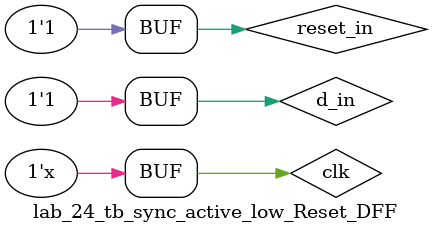
<source format=v>
`timescale 1ns / 1ps


module lab_24_tb_sync_active_low_Reset_DFF(    );
                            reg d_in;
                            reg clk;
                            reg reset_in;
                            wire q_out;
                            
lab_24_active_low_Synch_Reset_DFF uut(
                             .d_in(d_in),
                             .clk(clk),
                             .reset_in(reset_in),
                             .q_out(q_out)                       
    );
 initial begin
        d_in = 1'b0;
        clk = 1'b0;
        reset_in = 1'b1;
        
        #10 d_in = 1'b1;
        #10 reset_in = 1'b0;
        
        #10 d_in = 1'b0;
        #10 reset_in = 1'b1;
        
        #10 d_in = 1'b1;
        #10 reset_in = 1'b1;
 end   
    always #10 clk = ~clk ;
    
endmodule

</source>
